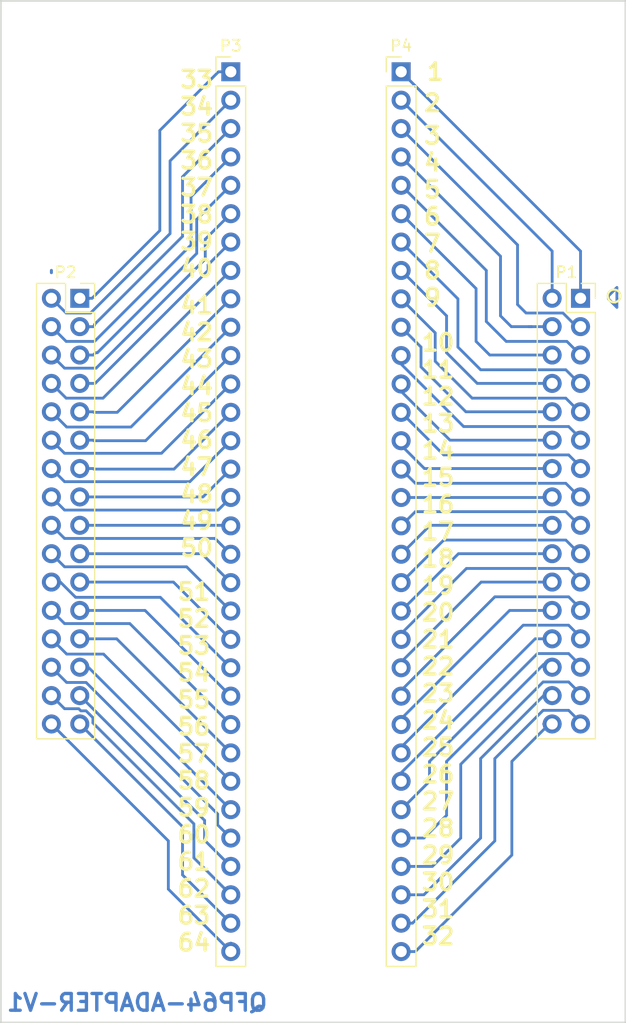
<source format=kicad_pcb>
(kicad_pcb (version 4) (host pcbnew 4.0.7)

  (general
    (links 64)
    (no_connects 0)
    (area 13.132999 13.894999 69.163001 105.485001)
    (thickness 1.6)
    (drawings 13)
    (tracks 365)
    (zones 0)
    (modules 4)
    (nets 65)
  )

  (page A4)
  (layers
    (0 F.Cu signal)
    (31 B.Cu signal)
    (32 B.Adhes user hide)
    (33 F.Adhes user hide)
    (34 B.Paste user hide)
    (35 F.Paste user hide)
    (36 B.SilkS user hide)
    (37 F.SilkS user hide)
    (38 B.Mask user hide)
    (39 F.Mask user hide)
    (40 Dwgs.User user hide)
    (41 Cmts.User user hide)
    (42 Eco1.User user hide)
    (43 Eco2.User user hide)
    (44 Edge.Cuts user)
    (45 Margin user)
    (46 B.CrtYd user hide)
    (47 F.CrtYd user hide)
    (48 B.Fab user)
    (49 F.Fab user)
  )

  (setup
    (last_trace_width 0.25)
    (user_trace_width 0.5)
    (user_trace_width 0.75)
    (trace_clearance 0.2)
    (zone_clearance 0.508)
    (zone_45_only yes)
    (trace_min 0.2)
    (segment_width 0.2)
    (edge_width 0.15)
    (via_size 0.6)
    (via_drill 0.4)
    (via_min_size 0.4)
    (via_min_drill 0.3)
    (uvia_size 0.3)
    (uvia_drill 0.1)
    (uvias_allowed no)
    (uvia_min_size 0.2)
    (uvia_min_drill 0.1)
    (pcb_text_width 0.3)
    (pcb_text_size 1.5 1.5)
    (mod_edge_width 0.15)
    (mod_text_size 1 1)
    (mod_text_width 0.15)
    (pad_size 1.7 1.7)
    (pad_drill 1)
    (pad_to_mask_clearance 0.2)
    (aux_axis_origin 190.5 91.44)
    (grid_origin 227.33 114.554)
    (visible_elements 7FFFFFFF)
    (pcbplotparams
      (layerselection 0x31030_80000001)
      (usegerberextensions false)
      (excludeedgelayer true)
      (linewidth 0.100000)
      (plotframeref false)
      (viasonmask false)
      (mode 1)
      (useauxorigin true)
      (hpglpennumber 1)
      (hpglpenspeed 20)
      (hpglpendiameter 15)
      (hpglpenoverlay 2)
      (psnegative false)
      (psa4output false)
      (plotreference true)
      (plotvalue true)
      (plotinvisibletext false)
      (padsonsilk false)
      (subtractmaskfromsilk false)
      (outputformat 1)
      (mirror false)
      (drillshape 0)
      (scaleselection 1)
      (outputdirectory C:/Students/NWA/project/PCB/new/gerber/))
  )

  (net 0 "")
  (net 1 /1)
  (net 2 /2)
  (net 3 /3)
  (net 4 /4)
  (net 5 /5)
  (net 6 /6)
  (net 7 /7)
  (net 8 /8)
  (net 9 /9)
  (net 10 /10)
  (net 11 /11)
  (net 12 /12)
  (net 13 /13)
  (net 14 /14)
  (net 15 /15)
  (net 16 /16)
  (net 17 /17)
  (net 18 /18)
  (net 19 /19)
  (net 20 /20)
  (net 21 /21)
  (net 22 /22)
  (net 23 /23)
  (net 24 /24)
  (net 25 /25)
  (net 26 /26)
  (net 27 /27)
  (net 28 /28)
  (net 29 /29)
  (net 30 /30)
  (net 31 /31)
  (net 32 /32)
  (net 33 /33)
  (net 34 /34)
  (net 35 /35)
  (net 36 /36)
  (net 37 /37)
  (net 38 /38)
  (net 39 /39)
  (net 40 /40)
  (net 41 /41)
  (net 42 /42)
  (net 43 /43)
  (net 44 /44)
  (net 45 /45)
  (net 46 /46)
  (net 47 /47)
  (net 48 /48)
  (net 49 /49)
  (net 50 /50)
  (net 51 /51)
  (net 52 /52)
  (net 53 /53)
  (net 54 /54)
  (net 55 /55)
  (net 56 /56)
  (net 57 /57)
  (net 58 /58)
  (net 59 /59)
  (net 60 /60)
  (net 61 /61)
  (net 62 /62)
  (net 63 /63)
  (net 64 /64)

  (net_class Default "This is the default net class."
    (clearance 0.2)
    (trace_width 0.25)
    (via_dia 0.6)
    (via_drill 0.4)
    (uvia_dia 0.3)
    (uvia_drill 0.1)
    (add_net /1)
    (add_net /10)
    (add_net /11)
    (add_net /12)
    (add_net /13)
    (add_net /14)
    (add_net /15)
    (add_net /16)
    (add_net /17)
    (add_net /18)
    (add_net /19)
    (add_net /2)
    (add_net /20)
    (add_net /21)
    (add_net /22)
    (add_net /23)
    (add_net /24)
    (add_net /25)
    (add_net /26)
    (add_net /27)
    (add_net /28)
    (add_net /29)
    (add_net /3)
    (add_net /30)
    (add_net /31)
    (add_net /32)
    (add_net /33)
    (add_net /34)
    (add_net /35)
    (add_net /36)
    (add_net /37)
    (add_net /38)
    (add_net /39)
    (add_net /4)
    (add_net /40)
    (add_net /41)
    (add_net /42)
    (add_net /43)
    (add_net /44)
    (add_net /45)
    (add_net /46)
    (add_net /47)
    (add_net /48)
    (add_net /49)
    (add_net /5)
    (add_net /50)
    (add_net /51)
    (add_net /52)
    (add_net /53)
    (add_net /54)
    (add_net /55)
    (add_net /56)
    (add_net /57)
    (add_net /58)
    (add_net /59)
    (add_net /6)
    (add_net /60)
    (add_net /61)
    (add_net /62)
    (add_net /63)
    (add_net /64)
    (add_net /7)
    (add_net /8)
    (add_net /9)
  )

  (module Socket_Strips:Socket_Strip_Straight_2x16_Pitch2.54mm locked (layer F.Cu) (tedit 58CD5449) (tstamp 59CCBC18)
    (at 20.272 40.59)
    (descr "Through hole straight socket strip, 2x16, 2.54mm pitch, double rows")
    (tags "Through hole socket strip THT 2x16 2.54mm double row")
    (path /59CC67A6)
    (fp_text reference P2 (at -1.27 -2.33) (layer F.SilkS)
      (effects (font (size 1 1) (thickness 0.15)))
    )
    (fp_text value CONN_02X16 (at -1.27 40.43) (layer F.Fab)
      (effects (font (size 1 1) (thickness 0.15)))
    )
    (fp_line (start -3.81 -1.27) (end -3.81 39.37) (layer F.Fab) (width 0.1))
    (fp_line (start -3.81 39.37) (end 1.27 39.37) (layer F.Fab) (width 0.1))
    (fp_line (start 1.27 39.37) (end 1.27 -1.27) (layer F.Fab) (width 0.1))
    (fp_line (start 1.27 -1.27) (end -3.81 -1.27) (layer F.Fab) (width 0.1))
    (fp_line (start 1.33 1.27) (end 1.33 39.43) (layer F.SilkS) (width 0.12))
    (fp_line (start 1.33 39.43) (end -3.87 39.43) (layer F.SilkS) (width 0.12))
    (fp_line (start -3.87 39.43) (end -3.87 -1.33) (layer F.SilkS) (width 0.12))
    (fp_line (start -3.87 -1.33) (end -1.27 -1.33) (layer F.SilkS) (width 0.12))
    (fp_line (start -1.27 -1.33) (end -1.27 1.27) (layer F.SilkS) (width 0.12))
    (fp_line (start -1.27 1.27) (end 1.33 1.27) (layer F.SilkS) (width 0.12))
    (fp_line (start 1.33 0) (end 1.33 -1.33) (layer F.SilkS) (width 0.12))
    (fp_line (start 1.33 -1.33) (end 0.06 -1.33) (layer F.SilkS) (width 0.12))
    (fp_line (start -4.35 -1.8) (end -4.35 39.9) (layer F.CrtYd) (width 0.05))
    (fp_line (start -4.35 39.9) (end 1.8 39.9) (layer F.CrtYd) (width 0.05))
    (fp_line (start 1.8 39.9) (end 1.8 -1.8) (layer F.CrtYd) (width 0.05))
    (fp_line (start 1.8 -1.8) (end -4.35 -1.8) (layer F.CrtYd) (width 0.05))
    (fp_text user %R (at -1.27 -2.33) (layer F.Fab)
      (effects (font (size 1 1) (thickness 0.15)))
    )
    (pad 1 thru_hole rect (at 0 0) (size 1.7 1.7) (drill 1) (layers *.Cu *.Mask)
      (net 33 /33))
    (pad 2 thru_hole oval (at -2.54 0) (size 1.7 1.7) (drill 1) (layers *.Cu *.Mask)
      (net 34 /34))
    (pad 3 thru_hole oval (at 0 2.54) (size 1.7 1.7) (drill 1) (layers *.Cu *.Mask)
      (net 35 /35))
    (pad 4 thru_hole oval (at -2.54 2.54) (size 1.7 1.7) (drill 1) (layers *.Cu *.Mask)
      (net 36 /36))
    (pad 5 thru_hole oval (at 0 5.08) (size 1.7 1.7) (drill 1) (layers *.Cu *.Mask)
      (net 37 /37))
    (pad 6 thru_hole oval (at -2.54 5.08) (size 1.7 1.7) (drill 1) (layers *.Cu *.Mask)
      (net 38 /38))
    (pad 7 thru_hole oval (at 0 7.62) (size 1.7 1.7) (drill 1) (layers *.Cu *.Mask)
      (net 39 /39))
    (pad 8 thru_hole oval (at -2.54 7.62) (size 1.7 1.7) (drill 1) (layers *.Cu *.Mask)
      (net 40 /40))
    (pad 9 thru_hole oval (at 0 10.16) (size 1.7 1.7) (drill 1) (layers *.Cu *.Mask)
      (net 41 /41))
    (pad 10 thru_hole oval (at -2.54 10.16) (size 1.7 1.7) (drill 1) (layers *.Cu *.Mask)
      (net 42 /42))
    (pad 11 thru_hole oval (at 0 12.7) (size 1.7 1.7) (drill 1) (layers *.Cu *.Mask)
      (net 43 /43))
    (pad 12 thru_hole oval (at -2.54 12.7) (size 1.7 1.7) (drill 1) (layers *.Cu *.Mask)
      (net 44 /44))
    (pad 13 thru_hole oval (at 0 15.24) (size 1.7 1.7) (drill 1) (layers *.Cu *.Mask)
      (net 45 /45))
    (pad 14 thru_hole oval (at -2.54 15.24) (size 1.7 1.7) (drill 1) (layers *.Cu *.Mask)
      (net 46 /46))
    (pad 15 thru_hole oval (at 0 17.78) (size 1.7 1.7) (drill 1) (layers *.Cu *.Mask)
      (net 47 /47))
    (pad 16 thru_hole oval (at -2.54 17.78) (size 1.7 1.7) (drill 1) (layers *.Cu *.Mask)
      (net 48 /48))
    (pad 17 thru_hole oval (at 0 20.32) (size 1.7 1.7) (drill 1) (layers *.Cu *.Mask)
      (net 49 /49))
    (pad 18 thru_hole oval (at -2.54 20.32) (size 1.7 1.7) (drill 1) (layers *.Cu *.Mask)
      (net 50 /50))
    (pad 19 thru_hole oval (at 0 22.86) (size 1.7 1.7) (drill 1) (layers *.Cu *.Mask)
      (net 51 /51))
    (pad 20 thru_hole oval (at -2.54 22.86) (size 1.7 1.7) (drill 1) (layers *.Cu *.Mask)
      (net 52 /52))
    (pad 21 thru_hole oval (at 0 25.4) (size 1.7 1.7) (drill 1) (layers *.Cu *.Mask)
      (net 53 /53))
    (pad 22 thru_hole oval (at -2.54 25.4) (size 1.7 1.7) (drill 1) (layers *.Cu *.Mask)
      (net 54 /54))
    (pad 23 thru_hole oval (at 0 27.94) (size 1.7 1.7) (drill 1) (layers *.Cu *.Mask)
      (net 55 /55))
    (pad 24 thru_hole oval (at -2.54 27.94) (size 1.7 1.7) (drill 1) (layers *.Cu *.Mask)
      (net 56 /56))
    (pad 25 thru_hole oval (at 0 30.48) (size 1.7 1.7) (drill 1) (layers *.Cu *.Mask)
      (net 57 /57))
    (pad 26 thru_hole oval (at -2.54 30.48) (size 1.7 1.7) (drill 1) (layers *.Cu *.Mask)
      (net 58 /58))
    (pad 27 thru_hole oval (at 0 33.02) (size 1.7 1.7) (drill 1) (layers *.Cu *.Mask)
      (net 59 /59))
    (pad 28 thru_hole oval (at -2.54 33.02) (size 1.7 1.7) (drill 1) (layers *.Cu *.Mask)
      (net 60 /60))
    (pad 29 thru_hole oval (at 0 35.56) (size 1.7 1.7) (drill 1) (layers *.Cu *.Mask)
      (net 61 /61))
    (pad 30 thru_hole oval (at -2.54 35.56) (size 1.7 1.7) (drill 1) (layers *.Cu *.Mask)
      (net 62 /62))
    (pad 31 thru_hole oval (at 0 38.1) (size 1.7 1.7) (drill 1) (layers *.Cu *.Mask)
      (net 63 /63))
    (pad 32 thru_hole oval (at -2.54 38.1) (size 1.7 1.7) (drill 1) (layers *.Cu *.Mask)
      (net 64 /64))
    (model ${KISYS3DMOD}/Socket_Strips.3dshapes/Socket_Strip_Straight_2x16_Pitch2.54mm.wrl
      (at (xyz -0.05 -0.75 0))
      (scale (xyz 1 1 1))
      (rotate (xyz 0 0 270))
    )
  )

  (module Socket_Strips:Socket_Strip_Straight_2x16_Pitch2.54mm locked (layer F.Cu) (tedit 58CD5449) (tstamp 59CCBBF4)
    (at 65.072 40.59)
    (descr "Through hole straight socket strip, 2x16, 2.54mm pitch, double rows")
    (tags "Through hole socket strip THT 2x16 2.54mm double row")
    (path /59CC6557)
    (fp_text reference P1 (at -1.27 -2.33) (layer F.SilkS)
      (effects (font (size 1 1) (thickness 0.15)))
    )
    (fp_text value CONN_02X16 (at -1.27 40.43) (layer F.Fab)
      (effects (font (size 1 1) (thickness 0.15)))
    )
    (fp_line (start -3.81 -1.27) (end -3.81 39.37) (layer F.Fab) (width 0.1))
    (fp_line (start -3.81 39.37) (end 1.27 39.37) (layer F.Fab) (width 0.1))
    (fp_line (start 1.27 39.37) (end 1.27 -1.27) (layer F.Fab) (width 0.1))
    (fp_line (start 1.27 -1.27) (end -3.81 -1.27) (layer F.Fab) (width 0.1))
    (fp_line (start 1.33 1.27) (end 1.33 39.43) (layer F.SilkS) (width 0.12))
    (fp_line (start 1.33 39.43) (end -3.87 39.43) (layer F.SilkS) (width 0.12))
    (fp_line (start -3.87 39.43) (end -3.87 -1.33) (layer F.SilkS) (width 0.12))
    (fp_line (start -3.87 -1.33) (end -1.27 -1.33) (layer F.SilkS) (width 0.12))
    (fp_line (start -1.27 -1.33) (end -1.27 1.27) (layer F.SilkS) (width 0.12))
    (fp_line (start -1.27 1.27) (end 1.33 1.27) (layer F.SilkS) (width 0.12))
    (fp_line (start 1.33 0) (end 1.33 -1.33) (layer F.SilkS) (width 0.12))
    (fp_line (start 1.33 -1.33) (end 0.06 -1.33) (layer F.SilkS) (width 0.12))
    (fp_line (start -4.35 -1.8) (end -4.35 39.9) (layer F.CrtYd) (width 0.05))
    (fp_line (start -4.35 39.9) (end 1.8 39.9) (layer F.CrtYd) (width 0.05))
    (fp_line (start 1.8 39.9) (end 1.8 -1.8) (layer F.CrtYd) (width 0.05))
    (fp_line (start 1.8 -1.8) (end -4.35 -1.8) (layer F.CrtYd) (width 0.05))
    (fp_text user %R (at -1.27 -2.33) (layer F.Fab)
      (effects (font (size 1 1) (thickness 0.15)))
    )
    (pad 1 thru_hole rect (at 0 0) (size 1.7 1.7) (drill 1) (layers *.Cu *.Mask)
      (net 1 /1))
    (pad 2 thru_hole oval (at -2.54 0) (size 1.7 1.7) (drill 1) (layers *.Cu *.Mask)
      (net 2 /2))
    (pad 3 thru_hole oval (at 0 2.54) (size 1.7 1.7) (drill 1) (layers *.Cu *.Mask)
      (net 3 /3))
    (pad 4 thru_hole oval (at -2.54 2.54) (size 1.7 1.7) (drill 1) (layers *.Cu *.Mask)
      (net 4 /4))
    (pad 5 thru_hole oval (at 0 5.08) (size 1.7 1.7) (drill 1) (layers *.Cu *.Mask)
      (net 5 /5))
    (pad 6 thru_hole oval (at -2.54 5.08) (size 1.7 1.7) (drill 1) (layers *.Cu *.Mask)
      (net 6 /6))
    (pad 7 thru_hole oval (at 0 7.62) (size 1.7 1.7) (drill 1) (layers *.Cu *.Mask)
      (net 7 /7))
    (pad 8 thru_hole oval (at -2.54 7.62) (size 1.7 1.7) (drill 1) (layers *.Cu *.Mask)
      (net 8 /8))
    (pad 9 thru_hole oval (at 0 10.16) (size 1.7 1.7) (drill 1) (layers *.Cu *.Mask)
      (net 9 /9))
    (pad 10 thru_hole oval (at -2.54 10.16) (size 1.7 1.7) (drill 1) (layers *.Cu *.Mask)
      (net 10 /10))
    (pad 11 thru_hole oval (at 0 12.7) (size 1.7 1.7) (drill 1) (layers *.Cu *.Mask)
      (net 11 /11))
    (pad 12 thru_hole oval (at -2.54 12.7) (size 1.7 1.7) (drill 1) (layers *.Cu *.Mask)
      (net 12 /12))
    (pad 13 thru_hole oval (at 0 15.24) (size 1.7 1.7) (drill 1) (layers *.Cu *.Mask)
      (net 13 /13))
    (pad 14 thru_hole oval (at -2.54 15.24) (size 1.7 1.7) (drill 1) (layers *.Cu *.Mask)
      (net 14 /14))
    (pad 15 thru_hole oval (at 0 17.78) (size 1.7 1.7) (drill 1) (layers *.Cu *.Mask)
      (net 15 /15))
    (pad 16 thru_hole oval (at -2.54 17.78) (size 1.7 1.7) (drill 1) (layers *.Cu *.Mask)
      (net 16 /16))
    (pad 17 thru_hole oval (at 0 20.32) (size 1.7 1.7) (drill 1) (layers *.Cu *.Mask)
      (net 17 /17))
    (pad 18 thru_hole oval (at -2.54 20.32) (size 1.7 1.7) (drill 1) (layers *.Cu *.Mask)
      (net 18 /18))
    (pad 19 thru_hole oval (at 0 22.86) (size 1.7 1.7) (drill 1) (layers *.Cu *.Mask)
      (net 19 /19))
    (pad 20 thru_hole oval (at -2.54 22.86) (size 1.7 1.7) (drill 1) (layers *.Cu *.Mask)
      (net 20 /20))
    (pad 21 thru_hole oval (at 0 25.4) (size 1.7 1.7) (drill 1) (layers *.Cu *.Mask)
      (net 21 /21))
    (pad 22 thru_hole oval (at -2.54 25.4) (size 1.7 1.7) (drill 1) (layers *.Cu *.Mask)
      (net 22 /22))
    (pad 23 thru_hole oval (at 0 27.94) (size 1.7 1.7) (drill 1) (layers *.Cu *.Mask)
      (net 23 /23))
    (pad 24 thru_hole oval (at -2.54 27.94) (size 1.7 1.7) (drill 1) (layers *.Cu *.Mask)
      (net 24 /24))
    (pad 25 thru_hole oval (at 0 30.48) (size 1.7 1.7) (drill 1) (layers *.Cu *.Mask)
      (net 25 /25))
    (pad 26 thru_hole oval (at -2.54 30.48) (size 1.7 1.7) (drill 1) (layers *.Cu *.Mask)
      (net 26 /26))
    (pad 27 thru_hole oval (at 0 33.02) (size 1.7 1.7) (drill 1) (layers *.Cu *.Mask)
      (net 27 /27))
    (pad 28 thru_hole oval (at -2.54 33.02) (size 1.7 1.7) (drill 1) (layers *.Cu *.Mask)
      (net 28 /28))
    (pad 29 thru_hole oval (at 0 35.56) (size 1.7 1.7) (drill 1) (layers *.Cu *.Mask)
      (net 29 /29))
    (pad 30 thru_hole oval (at -2.54 35.56) (size 1.7 1.7) (drill 1) (layers *.Cu *.Mask)
      (net 30 /30))
    (pad 31 thru_hole oval (at 0 38.1) (size 1.7 1.7) (drill 1) (layers *.Cu *.Mask)
      (net 31 /31))
    (pad 32 thru_hole oval (at -2.54 38.1) (size 1.7 1.7) (drill 1) (layers *.Cu *.Mask)
      (net 32 /32))
    (model ${KISYS3DMOD}/Socket_Strips.3dshapes/Socket_Strip_Straight_2x16_Pitch2.54mm.wrl
      (at (xyz -0.05 -0.75 0))
      (scale (xyz 1 1 1))
      (rotate (xyz 0 0 270))
    )
  )

  (module Pin_Headers:Pin_Header_Straight_1x32_Pitch2.54mm locked (layer F.Cu) (tedit 59650532) (tstamp 59CCBC3C)
    (at 33.782 20.32)
    (descr "Through hole straight pin header, 1x32, 2.54mm pitch, single row")
    (tags "Through hole pin header THT 1x32 2.54mm single row")
    (path /59CC69DA)
    (fp_text reference P3 (at 0 -2.33) (layer F.SilkS)
      (effects (font (size 1 1) (thickness 0.15)))
    )
    (fp_text value CONN_01X32 (at 0 81.07) (layer F.Fab)
      (effects (font (size 1 1) (thickness 0.15)))
    )
    (fp_line (start -0.635 -1.27) (end 1.27 -1.27) (layer F.Fab) (width 0.1))
    (fp_line (start 1.27 -1.27) (end 1.27 80.01) (layer F.Fab) (width 0.1))
    (fp_line (start 1.27 80.01) (end -1.27 80.01) (layer F.Fab) (width 0.1))
    (fp_line (start -1.27 80.01) (end -1.27 -0.635) (layer F.Fab) (width 0.1))
    (fp_line (start -1.27 -0.635) (end -0.635 -1.27) (layer F.Fab) (width 0.1))
    (fp_line (start -1.33 80.07) (end 1.33 80.07) (layer F.SilkS) (width 0.12))
    (fp_line (start -1.33 1.27) (end -1.33 80.07) (layer F.SilkS) (width 0.12))
    (fp_line (start 1.33 1.27) (end 1.33 80.07) (layer F.SilkS) (width 0.12))
    (fp_line (start -1.33 1.27) (end 1.33 1.27) (layer F.SilkS) (width 0.12))
    (fp_line (start -1.33 0) (end -1.33 -1.33) (layer F.SilkS) (width 0.12))
    (fp_line (start -1.33 -1.33) (end 0 -1.33) (layer F.SilkS) (width 0.12))
    (fp_line (start -1.8 -1.8) (end -1.8 80.55) (layer F.CrtYd) (width 0.05))
    (fp_line (start -1.8 80.55) (end 1.8 80.55) (layer F.CrtYd) (width 0.05))
    (fp_line (start 1.8 80.55) (end 1.8 -1.8) (layer F.CrtYd) (width 0.05))
    (fp_line (start 1.8 -1.8) (end -1.8 -1.8) (layer F.CrtYd) (width 0.05))
    (fp_text user %R (at 0 39.37 90) (layer F.Fab)
      (effects (font (size 1 1) (thickness 0.15)))
    )
    (pad 1 thru_hole rect (at 0 0) (size 1.7 1.7) (drill 1) (layers *.Cu *.Mask)
      (net 33 /33))
    (pad 2 thru_hole oval (at 0 2.54) (size 1.7 1.7) (drill 1) (layers *.Cu *.Mask)
      (net 34 /34))
    (pad 3 thru_hole oval (at 0 5.08) (size 1.7 1.7) (drill 1) (layers *.Cu *.Mask)
      (net 35 /35))
    (pad 4 thru_hole oval (at 0 7.62) (size 1.7 1.7) (drill 1) (layers *.Cu *.Mask)
      (net 36 /36))
    (pad 5 thru_hole oval (at 0 10.16) (size 1.7 1.7) (drill 1) (layers *.Cu *.Mask)
      (net 37 /37))
    (pad 6 thru_hole oval (at 0 12.7) (size 1.7 1.7) (drill 1) (layers *.Cu *.Mask)
      (net 38 /38))
    (pad 7 thru_hole oval (at 0 15.24) (size 1.7 1.7) (drill 1) (layers *.Cu *.Mask)
      (net 39 /39))
    (pad 8 thru_hole oval (at 0 17.78) (size 1.7 1.7) (drill 1) (layers *.Cu *.Mask)
      (net 40 /40))
    (pad 9 thru_hole oval (at 0 20.32) (size 1.7 1.7) (drill 1) (layers *.Cu *.Mask)
      (net 41 /41))
    (pad 10 thru_hole oval (at 0 22.86) (size 1.7 1.7) (drill 1) (layers *.Cu *.Mask)
      (net 42 /42))
    (pad 11 thru_hole oval (at 0 25.4) (size 1.7 1.7) (drill 1) (layers *.Cu *.Mask)
      (net 43 /43))
    (pad 12 thru_hole oval (at 0 27.94) (size 1.7 1.7) (drill 1) (layers *.Cu *.Mask)
      (net 44 /44))
    (pad 13 thru_hole oval (at 0 30.48) (size 1.7 1.7) (drill 1) (layers *.Cu *.Mask)
      (net 45 /45))
    (pad 14 thru_hole oval (at 0 33.02) (size 1.7 1.7) (drill 1) (layers *.Cu *.Mask)
      (net 46 /46))
    (pad 15 thru_hole oval (at 0 35.56) (size 1.7 1.7) (drill 1) (layers *.Cu *.Mask)
      (net 47 /47))
    (pad 16 thru_hole oval (at 0 38.1) (size 1.7 1.7) (drill 1) (layers *.Cu *.Mask)
      (net 48 /48))
    (pad 17 thru_hole oval (at 0 40.64) (size 1.7 1.7) (drill 1) (layers *.Cu *.Mask)
      (net 49 /49))
    (pad 18 thru_hole oval (at 0 43.18) (size 1.7 1.7) (drill 1) (layers *.Cu *.Mask)
      (net 50 /50))
    (pad 19 thru_hole oval (at 0 45.72) (size 1.7 1.7) (drill 1) (layers *.Cu *.Mask)
      (net 51 /51))
    (pad 20 thru_hole oval (at 0 48.26) (size 1.7 1.7) (drill 1) (layers *.Cu *.Mask)
      (net 52 /52))
    (pad 21 thru_hole oval (at 0 50.8) (size 1.7 1.7) (drill 1) (layers *.Cu *.Mask)
      (net 53 /53))
    (pad 22 thru_hole oval (at 0 53.34) (size 1.7 1.7) (drill 1) (layers *.Cu *.Mask)
      (net 54 /54))
    (pad 23 thru_hole oval (at 0 55.88) (size 1.7 1.7) (drill 1) (layers *.Cu *.Mask)
      (net 55 /55))
    (pad 24 thru_hole oval (at 0 58.42) (size 1.7 1.7) (drill 1) (layers *.Cu *.Mask)
      (net 56 /56))
    (pad 25 thru_hole oval (at 0 60.96) (size 1.7 1.7) (drill 1) (layers *.Cu *.Mask)
      (net 57 /57))
    (pad 26 thru_hole oval (at 0 63.5) (size 1.7 1.7) (drill 1) (layers *.Cu *.Mask)
      (net 58 /58))
    (pad 27 thru_hole oval (at 0 66.04) (size 1.7 1.7) (drill 1) (layers *.Cu *.Mask)
      (net 59 /59))
    (pad 28 thru_hole oval (at 0 68.58) (size 1.7 1.7) (drill 1) (layers *.Cu *.Mask)
      (net 60 /60))
    (pad 29 thru_hole oval (at 0 71.12) (size 1.7 1.7) (drill 1) (layers *.Cu *.Mask)
      (net 61 /61))
    (pad 30 thru_hole oval (at 0 73.66) (size 1.7 1.7) (drill 1) (layers *.Cu *.Mask)
      (net 62 /62))
    (pad 31 thru_hole oval (at 0 76.2) (size 1.7 1.7) (drill 1) (layers *.Cu *.Mask)
      (net 63 /63))
    (pad 32 thru_hole oval (at 0 78.74) (size 1.7 1.7) (drill 1) (layers *.Cu *.Mask)
      (net 64 /64))
    (model ${KISYS3DMOD}/Pin_Headers.3dshapes/Pin_Header_Straight_1x32_Pitch2.54mm.wrl
      (at (xyz 0 0 0))
      (scale (xyz 1 1 1))
      (rotate (xyz 0 0 0))
    )
  )

  (module Pin_Headers:Pin_Header_Straight_1x32_Pitch2.54mm locked (layer F.Cu) (tedit 59650532) (tstamp 59CCBC60)
    (at 49.022 20.32)
    (descr "Through hole straight pin header, 1x32, 2.54mm pitch, single row")
    (tags "Through hole pin header THT 1x32 2.54mm single row")
    (path /59CC6BDC)
    (fp_text reference P4 (at 0 -2.33) (layer F.SilkS)
      (effects (font (size 1 1) (thickness 0.15)))
    )
    (fp_text value CONN_01X32 (at 0 81.07) (layer F.Fab)
      (effects (font (size 1 1) (thickness 0.15)))
    )
    (fp_line (start -0.635 -1.27) (end 1.27 -1.27) (layer F.Fab) (width 0.1))
    (fp_line (start 1.27 -1.27) (end 1.27 80.01) (layer F.Fab) (width 0.1))
    (fp_line (start 1.27 80.01) (end -1.27 80.01) (layer F.Fab) (width 0.1))
    (fp_line (start -1.27 80.01) (end -1.27 -0.635) (layer F.Fab) (width 0.1))
    (fp_line (start -1.27 -0.635) (end -0.635 -1.27) (layer F.Fab) (width 0.1))
    (fp_line (start -1.33 80.07) (end 1.33 80.07) (layer F.SilkS) (width 0.12))
    (fp_line (start -1.33 1.27) (end -1.33 80.07) (layer F.SilkS) (width 0.12))
    (fp_line (start 1.33 1.27) (end 1.33 80.07) (layer F.SilkS) (width 0.12))
    (fp_line (start -1.33 1.27) (end 1.33 1.27) (layer F.SilkS) (width 0.12))
    (fp_line (start -1.33 0) (end -1.33 -1.33) (layer F.SilkS) (width 0.12))
    (fp_line (start -1.33 -1.33) (end 0 -1.33) (layer F.SilkS) (width 0.12))
    (fp_line (start -1.8 -1.8) (end -1.8 80.55) (layer F.CrtYd) (width 0.05))
    (fp_line (start -1.8 80.55) (end 1.8 80.55) (layer F.CrtYd) (width 0.05))
    (fp_line (start 1.8 80.55) (end 1.8 -1.8) (layer F.CrtYd) (width 0.05))
    (fp_line (start 1.8 -1.8) (end -1.8 -1.8) (layer F.CrtYd) (width 0.05))
    (fp_text user %R (at 0 39.37 90) (layer F.Fab)
      (effects (font (size 1 1) (thickness 0.15)))
    )
    (pad 1 thru_hole rect (at 0 0) (size 1.7 1.7) (drill 1) (layers *.Cu *.Mask)
      (net 1 /1))
    (pad 2 thru_hole oval (at 0 2.54) (size 1.7 1.7) (drill 1) (layers *.Cu *.Mask)
      (net 2 /2))
    (pad 3 thru_hole oval (at 0 5.08) (size 1.7 1.7) (drill 1) (layers *.Cu *.Mask)
      (net 3 /3))
    (pad 4 thru_hole oval (at 0 7.62) (size 1.7 1.7) (drill 1) (layers *.Cu *.Mask)
      (net 4 /4))
    (pad 5 thru_hole oval (at 0 10.16) (size 1.7 1.7) (drill 1) (layers *.Cu *.Mask)
      (net 5 /5))
    (pad 6 thru_hole oval (at 0 12.7) (size 1.7 1.7) (drill 1) (layers *.Cu *.Mask)
      (net 6 /6))
    (pad 7 thru_hole oval (at 0 15.24) (size 1.7 1.7) (drill 1) (layers *.Cu *.Mask)
      (net 7 /7))
    (pad 8 thru_hole oval (at 0 17.78) (size 1.7 1.7) (drill 1) (layers *.Cu *.Mask)
      (net 8 /8))
    (pad 9 thru_hole oval (at 0 20.32) (size 1.7 1.7) (drill 1) (layers *.Cu *.Mask)
      (net 9 /9))
    (pad 10 thru_hole oval (at 0 22.86) (size 1.7 1.7) (drill 1) (layers *.Cu *.Mask)
      (net 10 /10))
    (pad 11 thru_hole oval (at 0 25.4) (size 1.7 1.7) (drill 1) (layers *.Cu *.Mask)
      (net 11 /11))
    (pad 12 thru_hole oval (at 0 27.94) (size 1.7 1.7) (drill 1) (layers *.Cu *.Mask)
      (net 12 /12))
    (pad 13 thru_hole oval (at 0 30.48) (size 1.7 1.7) (drill 1) (layers *.Cu *.Mask)
      (net 13 /13))
    (pad 14 thru_hole oval (at 0 33.02) (size 1.7 1.7) (drill 1) (layers *.Cu *.Mask)
      (net 14 /14))
    (pad 15 thru_hole oval (at 0 35.56) (size 1.7 1.7) (drill 1) (layers *.Cu *.Mask)
      (net 15 /15))
    (pad 16 thru_hole oval (at 0 38.1) (size 1.7 1.7) (drill 1) (layers *.Cu *.Mask)
      (net 16 /16))
    (pad 17 thru_hole oval (at 0 40.64) (size 1.7 1.7) (drill 1) (layers *.Cu *.Mask)
      (net 17 /17))
    (pad 18 thru_hole oval (at 0 43.18) (size 1.7 1.7) (drill 1) (layers *.Cu *.Mask)
      (net 18 /18))
    (pad 19 thru_hole oval (at 0 45.72) (size 1.7 1.7) (drill 1) (layers *.Cu *.Mask)
      (net 19 /19))
    (pad 20 thru_hole oval (at 0 48.26) (size 1.7 1.7) (drill 1) (layers *.Cu *.Mask)
      (net 20 /20))
    (pad 21 thru_hole oval (at 0 50.8) (size 1.7 1.7) (drill 1) (layers *.Cu *.Mask)
      (net 21 /21))
    (pad 22 thru_hole oval (at 0 53.34) (size 1.7 1.7) (drill 1) (layers *.Cu *.Mask)
      (net 22 /22))
    (pad 23 thru_hole oval (at 0 55.88) (size 1.7 1.7) (drill 1) (layers *.Cu *.Mask)
      (net 23 /23))
    (pad 24 thru_hole oval (at 0 58.42) (size 1.7 1.7) (drill 1) (layers *.Cu *.Mask)
      (net 24 /24))
    (pad 25 thru_hole oval (at 0 60.96) (size 1.7 1.7) (drill 1) (layers *.Cu *.Mask)
      (net 25 /25))
    (pad 26 thru_hole oval (at 0 63.5) (size 1.7 1.7) (drill 1) (layers *.Cu *.Mask)
      (net 26 /26))
    (pad 27 thru_hole oval (at 0 66.04) (size 1.7 1.7) (drill 1) (layers *.Cu *.Mask)
      (net 27 /27))
    (pad 28 thru_hole oval (at 0 68.58) (size 1.7 1.7) (drill 1) (layers *.Cu *.Mask)
      (net 28 /28))
    (pad 29 thru_hole oval (at 0 71.12) (size 1.7 1.7) (drill 1) (layers *.Cu *.Mask)
      (net 29 /29))
    (pad 30 thru_hole oval (at 0 73.66) (size 1.7 1.7) (drill 1) (layers *.Cu *.Mask)
      (net 30 /30))
    (pad 31 thru_hole oval (at 0 76.2) (size 1.7 1.7) (drill 1) (layers *.Cu *.Mask)
      (net 31 /31))
    (pad 32 thru_hole oval (at 0 78.74) (size 1.7 1.7) (drill 1) (layers *.Cu *.Mask)
      (net 32 /32))
    (model ${KISYS3DMOD}/Pin_Headers.3dshapes/Pin_Header_Straight_1x32_Pitch2.54mm.wrl
      (at (xyz 0 0 0))
      (scale (xyz 1 1 1))
      (rotate (xyz 0 0 0))
    )
  )

  (gr_text QFP64-ADAPTER-V1 (at 25.4 103.632) (layer B.Cu)
    (effects (font (size 1.5 1.5) (thickness 0.3)) (justify mirror))
  )
  (gr_text "10\n11\n12\n13\n14\n15\n16\n17\n18\n19\n20\n21\n22\n23\n24\n25\n26\n27\n28\n29\n30\n31\n32" (at 52.324 71.12) (layer F.SilkS)
    (effects (font (size 1.5 1.5) (thickness 0.3)))
  )
  (gr_circle (center 68.072 40.386) (end 68.326 40.894) (layer F.SilkS) (width 0.2))
  (gr_text "51\n52\n53\n54\n55\n56\n57\n58\n59\n60\n61\n62\n63\n64" (at 30.48 82.55) (layer F.SilkS)
    (effects (font (size 1.5 1.5) (thickness 0.3)))
  )
  (gr_text "41\n42\n43\n44\n45\n46\n47\n48\n49\n50" (at 30.734 52.07) (layer F.SilkS)
    (effects (font (size 1.5 1.5) (thickness 0.3)))
  )
  (gr_text "33\n34\n35\n36\n37\n38\n39\n40" (at 30.734 29.464) (layer F.SilkS)
    (effects (font (size 1.5 1.5) (thickness 0.3)))
  )
  (gr_text "3\n4\n5\n6\n7\n8\n9\n" (at 51.816 33.274) (layer F.SilkS)
    (effects (font (size 1.5 1.5) (thickness 0.3)))
  )
  (gr_text 2 (at 51.816 23.114) (layer F.SilkS)
    (effects (font (size 1.5 1.5) (thickness 0.3)))
  )
  (gr_text 1 (at 52.07 20.32) (layer F.SilkS)
    (effects (font (size 1.5 1.5) (thickness 0.3)))
  )
  (gr_line (start 13.208 105.41) (end 13.208 13.97) (angle 90) (layer Edge.Cuts) (width 0.15))
  (gr_line (start 69.088 105.41) (end 13.208 105.41) (angle 90) (layer Edge.Cuts) (width 0.15))
  (gr_line (start 69.088 13.97) (end 69.088 105.41) (angle 90) (layer Edge.Cuts) (width 0.15))
  (gr_line (start 13.208 13.97) (end 69.088 13.97) (angle 90) (layer Edge.Cuts) (width 0.15))

  (segment (start 67.564 40.386) (end 68.326 39.624) (width 0.25) (layer B.Cu) (net 0))
  (segment (start 67.564 40.64) (end 67.564 40.386) (width 0.25) (layer B.Cu) (net 0) (tstamp 59D1EA00))
  (segment (start 68.326 41.402) (end 67.564 40.64) (width 0.25) (layer B.Cu) (net 0) (tstamp 59D1E9FE))
  (segment (start 68.326 39.624) (end 68.326 41.402) (width 0.25) (layer B.Cu) (net 0) (tstamp 59D1E9FD))
  (segment (start 17.732 38.09) (end 17.732 38.306) (width 0.25) (layer B.Cu) (net 0))
  (segment (start 17.732 38.09) (end 17.732 38.306) (width 0.25) (layer B.Cu) (net 0))
  (segment (start 65.072 40.59) (end 65.072 36.37) (width 0.25) (layer B.Cu) (net 1))
  (segment (start 65.072 36.37) (end 49.022 20.32) (width 0.25) (layer B.Cu) (net 1) (tstamp 59D0E53A))
  (segment (start 49.022 20.32) (end 49.022 20.574) (width 0.25) (layer F.Cu) (net 1))
  (segment (start 62.532 40.59) (end 62.532 36.37) (width 0.25) (layer B.Cu) (net 2))
  (segment (start 62.532 36.37) (end 49.022 22.86) (width 0.25) (layer B.Cu) (net 2) (tstamp 59D0E534))
  (segment (start 65.072 43.13) (end 64.72 43.13) (width 0.25) (layer B.Cu) (net 3))
  (segment (start 64.72 43.13) (end 63.5 41.91) (width 0.25) (layer B.Cu) (net 3) (tstamp 59D0E915))
  (segment (start 63.5 41.91) (end 60.198 41.91) (width 0.25) (layer B.Cu) (net 3) (tstamp 59D0E918))
  (segment (start 60.198 41.91) (end 59.436 41.148) (width 0.25) (layer B.Cu) (net 3) (tstamp 59D0E91C))
  (segment (start 59.436 41.148) (end 59.436 35.814) (width 0.25) (layer B.Cu) (net 3) (tstamp 59D0E91E))
  (segment (start 59.436 35.814) (end 49.022 25.4) (width 0.25) (layer B.Cu) (net 3) (tstamp 59D0E91F))
  (segment (start 65.072 43.13) (end 65.072 42.72) (width 0.25) (layer B.Cu) (net 3))
  (segment (start 65.072 43.13) (end 65.072 42.974) (width 0.25) (layer F.Cu) (net 3))
  (segment (start 60.706 43.13) (end 58.878 43.13) (width 0.25) (layer B.Cu) (net 4))
  (segment (start 58.878 43.13) (end 57.912 42.164) (width 0.25) (layer B.Cu) (net 4) (tstamp 59D0E8FC))
  (segment (start 57.912 42.164) (end 57.912 36.83) (width 0.25) (layer B.Cu) (net 4) (tstamp 59D0E8FD))
  (segment (start 57.912 36.83) (end 49.022 27.94) (width 0.25) (layer B.Cu) (net 4) (tstamp 59D0E8FF))
  (segment (start 62.532 43.13) (end 60.706 43.13) (width 0.25) (layer B.Cu) (net 4))
  (segment (start 60.706 43.13) (end 60.402 43.13) (width 0.25) (layer B.Cu) (net 4) (tstamp 59D0E8FA))
  (segment (start 49.022 28.448) (end 49.022 27.94) (width 0.25) (layer B.Cu) (net 4) (tstamp 59D0E525))
  (segment (start 62.532 43.13) (end 62.532 42.974) (width 0.25) (layer F.Cu) (net 4))
  (segment (start 49.022 30.48) (end 56.642 38.1) (width 0.25) (layer B.Cu) (net 5))
  (segment (start 56.642 38.1) (end 56.642 42.672) (width 0.25) (layer B.Cu) (net 5) (tstamp 59D0E8EC))
  (segment (start 56.642 42.672) (end 58.42 44.45) (width 0.25) (layer B.Cu) (net 5) (tstamp 59D0E8EF))
  (segment (start 58.42 44.45) (end 63.852 44.45) (width 0.25) (layer B.Cu) (net 5) (tstamp 59D0E8F4))
  (segment (start 63.852 44.45) (end 65.072 45.67) (width 0.25) (layer B.Cu) (net 5) (tstamp 59D0E8F6))
  (segment (start 65.072 45.67) (end 64.974 45.67) (width 0.25) (layer B.Cu) (net 5))
  (segment (start 65.072 45.67) (end 64.974 45.67) (width 0.25) (layer B.Cu) (net 5))
  (segment (start 62.532 45.67) (end 56.946 45.67) (width 0.25) (layer B.Cu) (net 6))
  (segment (start 56.946 45.67) (end 55.726 44.45) (width 0.25) (layer B.Cu) (net 6) (tstamp 59D0E8CC))
  (segment (start 55.726 44.45) (end 55.726 39.724) (width 0.25) (layer B.Cu) (net 6) (tstamp 59D0E8CD))
  (segment (start 55.726 39.724) (end 49.022 33.02) (width 0.25) (layer B.Cu) (net 6) (tstamp 59D0E8CE))
  (segment (start 49.022 33.274) (end 49.022 33.02) (width 0.25) (layer B.Cu) (net 6) (tstamp 59D0E514))
  (segment (start 49.022 33.02) (end 49.022 33.274) (width 0.25) (layer F.Cu) (net 6))
  (segment (start 65.072 48.21) (end 64.974 48.21) (width 0.25) (layer B.Cu) (net 7))
  (segment (start 64.974 48.21) (end 63.754 46.99) (width 0.25) (layer B.Cu) (net 7) (tstamp 59D0E8A6))
  (segment (start 63.754 46.99) (end 56.134 46.99) (width 0.25) (layer B.Cu) (net 7) (tstamp 59D0E8A7))
  (segment (start 56.134 46.99) (end 54.102 44.958) (width 0.25) (layer B.Cu) (net 7) (tstamp 59D0E8AB))
  (segment (start 54.102 44.958) (end 54.102 40.64) (width 0.25) (layer B.Cu) (net 7) (tstamp 59D0E8AD))
  (segment (start 54.102 40.64) (end 49.022 35.56) (width 0.25) (layer B.Cu) (net 7) (tstamp 59D0E8AF))
  (segment (start 65.072 48.21) (end 65.072 48.054) (width 0.25) (layer B.Cu) (net 7))
  (segment (start 65.072 48.21) (end 65.072 48.054) (width 0.25) (layer F.Cu) (net 7))
  (segment (start 53.086 45.212) (end 53.086 45.466) (width 0.25) (layer B.Cu) (net 8))
  (segment (start 53.086 45.466) (end 55.83 48.21) (width 0.25) (layer B.Cu) (net 8) (tstamp 59D0E888))
  (segment (start 55.83 48.21) (end 62.532 48.21) (width 0.25) (layer B.Cu) (net 8) (tstamp 59D0E889))
  (segment (start 53.086 45.466) (end 53.086 45.212) (width 0.25) (layer B.Cu) (net 8) (tstamp 59D0E500))
  (segment (start 53.086 45.212) (end 53.086 42.164) (width 0.25) (layer B.Cu) (net 8) (tstamp 59D0E886))
  (segment (start 53.086 42.164) (end 49.022 38.1) (width 0.25) (layer B.Cu) (net 8) (tstamp 59D0E502))
  (segment (start 49.022 38.254) (end 49.022 38.1) (width 0.25) (layer F.Cu) (net 8) (tstamp 59CF5312))
  (segment (start 49.022 38.354) (end 49.022 38.1) (width 0.25) (layer F.Cu) (net 8) (tstamp 59CF530D))
  (segment (start 65.072 50.75) (end 64.974 50.75) (width 0.25) (layer B.Cu) (net 9))
  (segment (start 64.974 50.75) (end 63.754 49.53) (width 0.25) (layer B.Cu) (net 9) (tstamp 59D0E8BF))
  (segment (start 63.754 49.53) (end 55.372 49.53) (width 0.25) (layer B.Cu) (net 9) (tstamp 59D0E8C0))
  (segment (start 55.372 49.53) (end 52.07 46.228) (width 0.25) (layer B.Cu) (net 9) (tstamp 59D0E8C4))
  (segment (start 52.07 46.228) (end 52.07 43.688) (width 0.25) (layer B.Cu) (net 9) (tstamp 59D0E8C6))
  (segment (start 52.07 43.688) (end 49.022 40.64) (width 0.25) (layer B.Cu) (net 9) (tstamp 59D0E8C8))
  (segment (start 65.072 50.75) (end 65.072 50.594) (width 0.25) (layer B.Cu) (net 9))
  (segment (start 65.072 50.75) (end 65.072 50.594) (width 0.25) (layer F.Cu) (net 9))
  (segment (start 50.8 46.228) (end 50.8 46.736) (width 0.25) (layer B.Cu) (net 10))
  (segment (start 50.8 46.736) (end 54.814 50.75) (width 0.25) (layer B.Cu) (net 10) (tstamp 59D0E87A))
  (segment (start 54.814 50.75) (end 62.532 50.75) (width 0.25) (layer B.Cu) (net 10) (tstamp 59D0E87B))
  (segment (start 50.8 46.382) (end 50.8 46.228) (width 0.25) (layer B.Cu) (net 10) (tstamp 59D0E4ED))
  (segment (start 50.8 46.228) (end 50.8 44.958) (width 0.25) (layer B.Cu) (net 10) (tstamp 59D0E878))
  (segment (start 50.8 44.958) (end 49.022 43.18) (width 0.25) (layer B.Cu) (net 10) (tstamp 59D0E4EF))
  (segment (start 49.022 43.334) (end 49.022 43.18) (width 0.25) (layer F.Cu) (net 10) (tstamp 59CF5301))
  (segment (start 65.072 53.29) (end 65.072 53.134) (width 0.25) (layer B.Cu) (net 11))
  (segment (start 65.072 53.134) (end 64.008 52.07) (width 0.25) (layer B.Cu) (net 11) (tstamp 59D0E4DF))
  (segment (start 64.008 52.07) (end 54.61 52.07) (width 0.25) (layer B.Cu) (net 11) (tstamp 59D0E4E0))
  (segment (start 54.61 52.07) (end 48.26 45.72) (width 0.25) (layer B.Cu) (net 11) (tstamp 59D0E4E2))
  (segment (start 65.072 53.29) (end 65.072 53.134) (width 0.25) (layer F.Cu) (net 11))
  (segment (start 62.532 53.29) (end 53.39 53.29) (width 0.25) (layer B.Cu) (net 12))
  (segment (start 53.39 53.29) (end 49.022 48.922) (width 0.25) (layer B.Cu) (net 12) (tstamp 59D0E4DB))
  (segment (start 49.022 48.922) (end 49.022 48.26) (width 0.25) (layer B.Cu) (net 12) (tstamp 59D0E4DC))
  (segment (start 49.022 48.414) (end 49.022 48.26) (width 0.25) (layer F.Cu) (net 12) (tstamp 59CF52F6))
  (segment (start 65.072 55.83) (end 65.072 55.674) (width 0.25) (layer B.Cu) (net 13))
  (segment (start 65.072 55.674) (end 64.008 54.61) (width 0.25) (layer B.Cu) (net 13) (tstamp 59D0E4D4))
  (segment (start 64.008 54.61) (end 52.832 54.61) (width 0.25) (layer B.Cu) (net 13) (tstamp 59D0E4D5))
  (segment (start 52.832 54.61) (end 49.022 50.8) (width 0.25) (layer B.Cu) (net 13) (tstamp 59D0E4D7))
  (segment (start 65.072 55.83) (end 65.072 55.674) (width 0.25) (layer F.Cu) (net 13))
  (segment (start 65.072 55.83) (end 65.072 56.086) (width 0.25) (layer F.Cu) (net 13))
  (segment (start 62.532 55.83) (end 51.104 55.83) (width 0.25) (layer B.Cu) (net 14))
  (segment (start 51.104 55.83) (end 49.022 53.748) (width 0.25) (layer B.Cu) (net 14) (tstamp 59D0E4D0))
  (segment (start 49.022 53.748) (end 49.022 53.34) (width 0.25) (layer B.Cu) (net 14) (tstamp 59D0E4D1))
  (segment (start 65.072 58.37) (end 64.974 58.37) (width 0.25) (layer B.Cu) (net 15))
  (segment (start 64.974 58.37) (end 63.754 57.15) (width 0.25) (layer B.Cu) (net 15) (tstamp 59D0E4C9))
  (segment (start 63.754 57.15) (end 50.292 57.15) (width 0.25) (layer B.Cu) (net 15) (tstamp 59D0E4CA))
  (segment (start 50.292 57.15) (end 49.022 55.88) (width 0.25) (layer B.Cu) (net 15) (tstamp 59D0E4CC))
  (segment (start 49.022 55.88) (end 49.022 56.134) (width 0.25) (layer F.Cu) (net 15))
  (segment (start 62.482 58.42) (end 62.532 58.37) (width 0.25) (layer B.Cu) (net 16) (tstamp 59D0E430))
  (segment (start 49.022 58.42) (end 62.482 58.42) (width 0.25) (layer B.Cu) (net 16))
  (segment (start 62.482 58.42) (end 62.532 58.37) (width 0.25) (layer B.Cu) (net 16) (tstamp 59D0E42D))
  (segment (start 62.482 58.42) (end 62.532 58.37) (width 0.25) (layer F.Cu) (net 16) (tstamp 59CF52CD))
  (segment (start 65.072 60.91) (end 64.974 60.91) (width 0.25) (layer B.Cu) (net 17))
  (segment (start 64.974 60.91) (end 63.754 59.69) (width 0.25) (layer B.Cu) (net 17) (tstamp 59D0E434))
  (segment (start 63.754 59.69) (end 50.292 59.69) (width 0.25) (layer B.Cu) (net 17) (tstamp 59D0E435))
  (segment (start 50.292 59.69) (end 49.022 60.96) (width 0.25) (layer B.Cu) (net 17) (tstamp 59D0E437))
  (segment (start 65.072 60.91) (end 65.072 60.754) (width 0.25) (layer F.Cu) (net 17))
  (segment (start 62.532 60.91) (end 51.612 60.91) (width 0.25) (layer B.Cu) (net 18))
  (segment (start 51.612 60.91) (end 49.022 63.5) (width 0.25) (layer B.Cu) (net 18) (tstamp 59D0E43B))
  (segment (start 49.022 63.246) (end 49.022 63.5) (width 0.25) (layer F.Cu) (net 18) (tstamp 59CF53C4))
  (segment (start 65.072 63.45) (end 64.974 63.45) (width 0.25) (layer B.Cu) (net 19))
  (segment (start 64.974 63.45) (end 63.754 62.23) (width 0.25) (layer B.Cu) (net 19) (tstamp 59D0E43F))
  (segment (start 63.754 62.23) (end 52.832 62.23) (width 0.25) (layer B.Cu) (net 19) (tstamp 59D0E440))
  (segment (start 52.832 62.23) (end 49.022 66.04) (width 0.25) (layer B.Cu) (net 19) (tstamp 59D0E442))
  (segment (start 65.072 63.45) (end 65.072 63.294) (width 0.25) (layer F.Cu) (net 19))
  (segment (start 49.022 65.786) (end 49.022 66.04) (width 0.25) (layer F.Cu) (net 19) (tstamp 59CF53D1))
  (segment (start 62.532 63.45) (end 54.152 63.45) (width 0.25) (layer B.Cu) (net 20))
  (segment (start 54.152 63.45) (end 49.022 68.58) (width 0.25) (layer B.Cu) (net 20) (tstamp 59D0E446))
  (segment (start 49.022 68.58) (end 49.784 68.58) (width 0.25) (layer F.Cu) (net 20))
  (segment (start 64.008 64.77) (end 54.864 64.77) (width 0.25) (layer B.Cu) (net 21))
  (segment (start 54.864 64.77) (end 49.022 70.612) (width 0.25) (layer B.Cu) (net 21) (tstamp 59D0E6F9))
  (segment (start 49.022 70.612) (end 49.022 71.12) (width 0.25) (layer B.Cu) (net 21) (tstamp 59D0E6FA))
  (segment (start 65.072 65.99) (end 65.072 65.834) (width 0.25) (layer B.Cu) (net 21))
  (segment (start 65.072 65.834) (end 64.008 64.77) (width 0.25) (layer B.Cu) (net 21) (tstamp 59D0E44A))
  (segment (start 65.072 65.99) (end 65.072 65.834) (width 0.25) (layer F.Cu) (net 21))
  (segment (start 49.022 70.866) (end 49.022 71.12) (width 0.25) (layer B.Cu) (net 21) (tstamp 59CF53F3))
  (segment (start 62.532 65.99) (end 56.184 65.99) (width 0.25) (layer B.Cu) (net 22))
  (segment (start 56.184 65.99) (end 49.022 73.152) (width 0.25) (layer B.Cu) (net 22) (tstamp 59D0E6FF))
  (segment (start 62.228 66.294) (end 62.532 65.99) (width 0.25) (layer F.Cu) (net 22) (tstamp 59D04911))
  (segment (start 64.008 67.31) (end 57.404 67.31) (width 0.25) (layer B.Cu) (net 23))
  (segment (start 57.404 67.31) (end 49.022 75.692) (width 0.25) (layer B.Cu) (net 23) (tstamp 59D0E703))
  (segment (start 65.072 68.53) (end 65.072 68.374) (width 0.25) (layer B.Cu) (net 23))
  (segment (start 65.072 68.374) (end 64.008 67.31) (width 0.25) (layer B.Cu) (net 23) (tstamp 59D0E455))
  (segment (start 65.072 68.53) (end 65.072 68.374) (width 0.25) (layer F.Cu) (net 23))
  (segment (start 62.532 68.53) (end 58.724 68.53) (width 0.25) (layer B.Cu) (net 24))
  (segment (start 58.724 68.53) (end 48.895 78.359) (width 0.25) (layer B.Cu) (net 24) (tstamp 59D0E707))
  (segment (start 49.022 78.486) (end 49.022 78.74) (width 0.25) (layer F.Cu) (net 24) (tstamp 59CF5437))
  (segment (start 65.072 71.07) (end 65.072 70.914) (width 0.25) (layer B.Cu) (net 25))
  (segment (start 65.072 70.914) (end 64.008 69.85) (width 0.25) (layer B.Cu) (net 25) (tstamp 59D0E460))
  (segment (start 64.008 69.85) (end 59.944 69.85) (width 0.25) (layer B.Cu) (net 25) (tstamp 59D0E461))
  (segment (start 59.944 69.85) (end 48.895 80.899) (width 0.25) (layer B.Cu) (net 25) (tstamp 59D0E463))
  (segment (start 65.072 71.07) (end 65.072 70.914) (width 0.25) (layer F.Cu) (net 25))
  (segment (start 49.022 83.82) (end 49.022 83.058) (width 0.25) (layer B.Cu) (net 26))
  (segment (start 49.022 83.058) (end 61.01 71.07) (width 0.25) (layer B.Cu) (net 26) (tstamp 59D0E469))
  (segment (start 61.01 71.07) (end 62.532 71.07) (width 0.25) (layer B.Cu) (net 26) (tstamp 59D0E46A))
  (segment (start 49.022 83.82) (end 49.0446 83.82) (width 0.5) (layer B.Cu) (net 26))
  (segment (start 65.072 73.61) (end 65.072 73.454) (width 0.25) (layer B.Cu) (net 27))
  (segment (start 65.072 73.454) (end 64.008 72.39) (width 0.25) (layer B.Cu) (net 27) (tstamp 59D0E46E))
  (segment (start 64.008 72.39) (end 61.214 72.39) (width 0.25) (layer B.Cu) (net 27) (tstamp 59D0E46F))
  (segment (start 61.214 72.39) (end 51.562 82.042) (width 0.25) (layer B.Cu) (net 27) (tstamp 59D0E471))
  (segment (start 51.562 82.042) (end 51.562 83.82) (width 0.25) (layer B.Cu) (net 27) (tstamp 59D0E473))
  (segment (start 51.562 83.82) (end 49.022 86.36) (width 0.25) (layer B.Cu) (net 27) (tstamp 59D0E475))
  (segment (start 65.072 73.61) (end 65.072 73.454) (width 0.25) (layer F.Cu) (net 27))
  (segment (start 49.022 88.9) (end 51.054 88.9) (width 0.25) (layer B.Cu) (net 28))
  (segment (start 51.054 88.9) (end 53.086 86.868) (width 0.25) (layer B.Cu) (net 28) (tstamp 59D0E47B))
  (segment (start 53.086 86.868) (end 53.086 82.042) (width 0.25) (layer B.Cu) (net 28) (tstamp 59D0E47C))
  (segment (start 53.086 82.042) (end 61.771 73.357) (width 0.25) (layer B.Cu) (net 28) (tstamp 59D0E47E))
  (segment (start 54.356 87.884) (end 54.356 88.9) (width 0.25) (layer B.Cu) (net 29))
  (segment (start 54.356 88.9) (end 51.816 91.44) (width 0.25) (layer B.Cu) (net 29) (tstamp 59D0E49D))
  (segment (start 51.816 91.44) (end 49.022 91.44) (width 0.25) (layer B.Cu) (net 29) (tstamp 59D0E49E))
  (segment (start 65.072 76.15) (end 65.072 75.994) (width 0.25) (layer B.Cu) (net 29))
  (segment (start 65.072 75.994) (end 64.008 74.93) (width 0.25) (layer B.Cu) (net 29) (tstamp 59D0E485))
  (segment (start 64.008 74.93) (end 61.722 74.93) (width 0.25) (layer B.Cu) (net 29) (tstamp 59D0E486))
  (segment (start 61.722 74.93) (end 54.356 82.296) (width 0.25) (layer B.Cu) (net 29) (tstamp 59D0E488))
  (segment (start 54.356 82.296) (end 54.356 87.884) (width 0.25) (layer B.Cu) (net 29) (tstamp 59D0E48A))
  (segment (start 65.072 76.15) (end 65.072 75.994) (width 0.25) (layer F.Cu) (net 29))
  (segment (start 62.532 76.15) (end 61.772 76.15) (width 0.25) (layer B.Cu) (net 30))
  (segment (start 61.772 76.15) (end 56.134 81.788) (width 0.25) (layer B.Cu) (net 30) (tstamp 59D0E822))
  (segment (start 56.134 81.788) (end 56.134 88.9) (width 0.25) (layer B.Cu) (net 30) (tstamp 59D0E827))
  (segment (start 56.134 88.9) (end 51.054 93.98) (width 0.25) (layer B.Cu) (net 30) (tstamp 59D0E82C))
  (segment (start 62.532 76.15) (end 62.026 76.15) (width 0.25) (layer B.Cu) (net 30))
  (segment (start 62.532 76.15) (end 61.772 76.15) (width 0.25) (layer B.Cu) (net 30))
  (segment (start 51.054 93.98) (end 49.022 93.98) (width 0.25) (layer B.Cu) (net 30) (tstamp 59D0E4A7))
  (segment (start 49.022 96.52) (end 50.038 96.52) (width 0.25) (layer B.Cu) (net 31))
  (segment (start 50.038 96.52) (end 57.404 89.154) (width 0.25) (layer B.Cu) (net 31) (tstamp 59D0E831))
  (segment (start 57.404 89.154) (end 57.404 81.788) (width 0.25) (layer B.Cu) (net 31) (tstamp 59D0E833))
  (segment (start 57.404 81.788) (end 59.436 79.756) (width 0.25) (layer B.Cu) (net 31) (tstamp 59D0E835))
  (segment (start 65.072 78.69) (end 65.072 78.534) (width 0.25) (layer B.Cu) (net 31))
  (segment (start 65.072 78.534) (end 64.008 77.47) (width 0.25) (layer B.Cu) (net 31) (tstamp 59D0E816))
  (segment (start 64.008 77.47) (end 61.722 77.47) (width 0.25) (layer B.Cu) (net 31) (tstamp 59D0E817))
  (segment (start 61.722 77.47) (end 59.436 79.756) (width 0.25) (layer B.Cu) (net 31) (tstamp 59D0E81D))
  (segment (start 59.436 79.756) (end 59.182 80.01) (width 0.25) (layer B.Cu) (net 31) (tstamp 59D0E839))
  (segment (start 65.072 78.69) (end 64.974 78.69) (width 0.25) (layer B.Cu) (net 31))
  (segment (start 65.072 78.69) (end 65.072 78.534) (width 0.25) (layer B.Cu) (net 31))
  (segment (start 65.072 78.69) (end 65.072 78.534) (width 0.25) (layer F.Cu) (net 31))
  (segment (start 62.532 78.69) (end 62.28 78.69) (width 0.25) (layer B.Cu) (net 32))
  (segment (start 62.28 78.69) (end 58.928 82.042) (width 0.25) (layer B.Cu) (net 32) (tstamp 59D0E840))
  (segment (start 58.928 82.042) (end 58.928 90.424) (width 0.25) (layer B.Cu) (net 32) (tstamp 59D0E841))
  (segment (start 62.532 78.69) (end 61.772 78.69) (width 0.25) (layer B.Cu) (net 32))
  (segment (start 58.928 90.424) (end 50.292 99.06) (width 0.25) (layer B.Cu) (net 32) (tstamp 59D0E4BB))
  (segment (start 50.292 99.06) (end 49.022 99.06) (width 0.25) (layer B.Cu) (net 32) (tstamp 59D0E4BD))
  (segment (start 27.432 34.53) (end 27.432 25.57) (width 0.25) (layer B.Cu) (net 33))
  (segment (start 27.432 25.57) (end 32.682 20.32) (width 0.25) (layer B.Cu) (net 33))
  (segment (start 32.682 20.32) (end 33.782 20.32) (width 0.25) (layer B.Cu) (net 33))
  (segment (start 20.272 40.59) (end 21.372 40.59) (width 0.25) (layer B.Cu) (net 33))
  (segment (start 21.372 40.59) (end 27.432 34.53) (width 0.25) (layer B.Cu) (net 33))
  (segment (start 20.272 40.63) (end 21.092 40.63) (width 0.25) (layer B.Cu) (net 33))
  (segment (start 17.732 40.59) (end 19.052 41.91) (width 0.25) (layer B.Cu) (net 34))
  (segment (start 19.052 41.91) (end 21.237002 41.91) (width 0.25) (layer B.Cu) (net 34))
  (segment (start 28.349002 28.292998) (end 33.782 22.86) (width 0.25) (layer B.Cu) (net 34))
  (segment (start 21.237002 41.91) (end 28.349002 34.798) (width 0.25) (layer B.Cu) (net 34))
  (segment (start 28.349002 34.798) (end 28.349002 28.292998) (width 0.25) (layer B.Cu) (net 34))
  (segment (start 17.732 40.63) (end 17.77 40.63) (width 0.25) (layer B.Cu) (net 34))
  (segment (start 17.732 40.59) (end 17.732 40.846) (width 0.25) (layer F.Cu) (net 34))
  (segment (start 29.464 35.052) (end 29.464 29.718) (width 0.25) (layer B.Cu) (net 35))
  (segment (start 29.464 29.718) (end 33.782 25.4) (width 0.25) (layer B.Cu) (net 35))
  (segment (start 21.59 42.926) (end 29.464 35.052) (width 0.25) (layer B.Cu) (net 35))
  (segment (start 21.59 43.014081) (end 21.59 42.926) (width 0.25) (layer B.Cu) (net 35))
  (segment (start 20.272 43.13) (end 21.474081 43.13) (width 0.25) (layer B.Cu) (net 35))
  (segment (start 21.474081 43.13) (end 21.59 43.014081) (width 0.25) (layer B.Cu) (net 35))
  (segment (start 33.782 25.4) (end 33.528 25.4) (width 0.25) (layer B.Cu) (net 35))
  (segment (start 33.782 25.4) (end 33.274 25.4) (width 0.25) (layer B.Cu) (net 35))
  (segment (start 20.272 43.17) (end 21.092 43.17) (width 0.25) (layer B.Cu) (net 35))
  (segment (start 30.226 35.814) (end 30.226 31.496) (width 0.25) (layer B.Cu) (net 36))
  (segment (start 30.226 31.496) (end 33.782 27.94) (width 0.25) (layer B.Cu) (net 36))
  (segment (start 21.59 44.45) (end 30.226 35.814) (width 0.25) (layer B.Cu) (net 36))
  (segment (start 19.052 44.45) (end 21.59 44.45) (width 0.25) (layer B.Cu) (net 36))
  (segment (start 17.732 43.13) (end 19.052 44.45) (width 0.25) (layer B.Cu) (net 36))
  (segment (start 17.732 43.17) (end 17.732 43.386) (width 0.25) (layer B.Cu) (net 36))
  (segment (start 30.734 36.576) (end 30.734 33.528) (width 0.25) (layer B.Cu) (net 37))
  (segment (start 30.734 33.528) (end 33.782 30.48) (width 0.25) (layer B.Cu) (net 37))
  (segment (start 21.844 45.466) (end 30.734 36.576) (width 0.25) (layer B.Cu) (net 37))
  (segment (start 21.678081 45.466) (end 21.844 45.466) (width 0.25) (layer B.Cu) (net 37))
  (segment (start 20.272 45.67) (end 21.474081 45.67) (width 0.25) (layer B.Cu) (net 37))
  (segment (start 21.474081 45.67) (end 21.678081 45.466) (width 0.25) (layer B.Cu) (net 37))
  (segment (start 31.496 37.084) (end 31.496 35.306) (width 0.25) (layer B.Cu) (net 38))
  (segment (start 31.496 35.306) (end 33.782 33.02) (width 0.25) (layer B.Cu) (net 38))
  (segment (start 21.734999 46.845001) (end 31.496 37.084) (width 0.25) (layer B.Cu) (net 38))
  (segment (start 17.732 45.67) (end 18.907001 46.845001) (width 0.25) (layer B.Cu) (net 38))
  (segment (start 18.907001 46.845001) (end 21.734999 46.845001) (width 0.25) (layer B.Cu) (net 38))
  (segment (start 17.732 45.71) (end 17.77 45.71) (width 0.25) (layer B.Cu) (net 38))
  (segment (start 17.732 45.67) (end 17.732 45.672) (width 0.25) (layer F.Cu) (net 38))
  (segment (start 20.272 48.21) (end 21.64 48.21) (width 0.25) (layer B.Cu) (net 39))
  (segment (start 31.75 37.592) (end 33.782 35.56) (width 0.25) (layer B.Cu) (net 39) (tstamp 59D35FAC))
  (segment (start 31.75 38.1) (end 31.75 37.592) (width 0.25) (layer B.Cu) (net 39) (tstamp 59D35FA9))
  (segment (start 21.64 48.21) (end 31.75 38.1) (width 0.25) (layer B.Cu) (net 39) (tstamp 59D35FA4))
  (segment (start 19.052 49.53) (end 22.352 49.53) (width 0.25) (layer B.Cu) (net 40))
  (segment (start 22.352 49.53) (end 33.782 38.1) (width 0.25) (layer B.Cu) (net 40))
  (segment (start 17.732 48.21) (end 19.052 49.53) (width 0.25) (layer B.Cu) (net 40))
  (segment (start 33.528 38.1) (end 33.782 38.1) (width 0.25) (layer F.Cu) (net 40) (tstamp 59D04D39))
  (segment (start 17.732 48.25) (end 17.77 48.25) (width 0.25) (layer B.Cu) (net 40))
  (segment (start 21.524081 50.8) (end 23.622 50.8) (width 0.25) (layer B.Cu) (net 41))
  (segment (start 23.622 50.8) (end 33.782 40.64) (width 0.25) (layer B.Cu) (net 41))
  (segment (start 20.272 50.75) (end 21.474081 50.75) (width 0.25) (layer B.Cu) (net 41))
  (segment (start 21.474081 50.75) (end 21.524081 50.8) (width 0.25) (layer B.Cu) (net 41))
  (segment (start 17.732 50.75) (end 19.096999 52.114999) (width 0.25) (layer B.Cu) (net 42))
  (segment (start 19.096999 52.114999) (end 24.847001 52.114999) (width 0.25) (layer B.Cu) (net 42))
  (segment (start 24.847001 52.114999) (end 32.932001 44.029999) (width 0.25) (layer B.Cu) (net 42))
  (segment (start 32.932001 44.029999) (end 33.782 43.18) (width 0.25) (layer B.Cu) (net 42))
  (segment (start 17.732 50.79) (end 17.77 50.79) (width 0.25) (layer B.Cu) (net 42))
  (segment (start 17.732 50.75) (end 17.732 50.752) (width 0.25) (layer F.Cu) (net 42))
  (segment (start 21.524081 53.34) (end 26.162 53.34) (width 0.25) (layer B.Cu) (net 43))
  (segment (start 26.162 53.34) (end 33.782 45.72) (width 0.25) (layer B.Cu) (net 43))
  (segment (start 20.272 53.29) (end 21.474081 53.29) (width 0.25) (layer B.Cu) (net 43))
  (segment (start 21.474081 53.29) (end 21.524081 53.34) (width 0.25) (layer B.Cu) (net 43))
  (segment (start 17.732 53.29) (end 18.907001 54.465001) (width 0.25) (layer B.Cu) (net 44))
  (segment (start 18.907001 54.465001) (end 27.576999 54.465001) (width 0.25) (layer B.Cu) (net 44))
  (segment (start 27.576999 54.465001) (end 32.932001 49.109999) (width 0.25) (layer B.Cu) (net 44))
  (segment (start 32.932001 49.109999) (end 33.782 48.26) (width 0.25) (layer B.Cu) (net 44))
  (segment (start 17.732 53.33) (end 17.77 53.33) (width 0.25) (layer B.Cu) (net 44))
  (segment (start 17.732 53.33) (end 17.77 53.33) (width 0.25) (layer F.Cu) (net 44))
  (segment (start 17.732 53.29) (end 17.732 53.292) (width 0.25) (layer F.Cu) (net 44))
  (segment (start 21.524081 55.88) (end 28.702 55.88) (width 0.25) (layer B.Cu) (net 45))
  (segment (start 28.702 55.88) (end 33.782 50.8) (width 0.25) (layer B.Cu) (net 45))
  (segment (start 20.272 55.83) (end 21.474081 55.83) (width 0.25) (layer B.Cu) (net 45))
  (segment (start 21.474081 55.83) (end 21.524081 55.88) (width 0.25) (layer B.Cu) (net 45))
  (segment (start 33.782 51.288) (end 33.782 50.8) (width 0.25) (layer F.Cu) (net 45) (tstamp 59D04CF0))
  (segment (start 17.732 55.83) (end 18.907001 57.005001) (width 0.25) (layer B.Cu) (net 46))
  (segment (start 18.907001 57.005001) (end 30.116999 57.005001) (width 0.25) (layer B.Cu) (net 46))
  (segment (start 30.116999 57.005001) (end 32.932001 54.189999) (width 0.25) (layer B.Cu) (net 46))
  (segment (start 32.932001 54.189999) (end 33.782 53.34) (width 0.25) (layer B.Cu) (net 46))
  (segment (start 17.732 55.87) (end 17.77 55.87) (width 0.25) (layer B.Cu) (net 46))
  (segment (start 17.77 55.87) (end 17.732 55.87) (width 0.25) (layer F.Cu) (net 46) (tstamp 59D04A67))
  (segment (start 20.272 58.37) (end 31.292 58.37) (width 0.25) (layer B.Cu) (net 47))
  (segment (start 31.292 58.37) (end 33.782 55.88) (width 0.25) (layer B.Cu) (net 47))
  (segment (start 33.772 55.87) (end 33.782 55.88) (width 0.25) (layer B.Cu) (net 47) (tstamp 59D0EB10))
  (segment (start 33.772 55.87) (end 33.782 55.88) (width 0.25) (layer F.Cu) (net 47) (tstamp 59D04A13))
  (segment (start 33.428 55.88) (end 33.782 55.88) (width 0.25) (layer F.Cu) (net 47) (tstamp 59CF5C73))
  (segment (start 17.732 58.37) (end 18.907001 59.545001) (width 0.25) (layer B.Cu) (net 48))
  (segment (start 32.932001 59.269999) (end 33.782 58.42) (width 0.25) (layer B.Cu) (net 48))
  (segment (start 18.907001 59.545001) (end 32.656999 59.545001) (width 0.25) (layer B.Cu) (net 48))
  (segment (start 32.656999 59.545001) (end 32.932001 59.269999) (width 0.25) (layer B.Cu) (net 48))
  (segment (start 17.732 58.41) (end 17.732 58.626) (width 0.25) (layer B.Cu) (net 48))
  (segment (start 17.732 58.41) (end 17.77 58.41) (width 0.25) (layer F.Cu) (net 48))
  (segment (start 20.272 60.91) (end 33.732 60.91) (width 0.25) (layer B.Cu) (net 49))
  (segment (start 33.732 60.91) (end 33.782 60.96) (width 0.25) (layer B.Cu) (net 49) (tstamp 59D35BFB))
  (segment (start 33.732 60.91) (end 33.782 60.96) (width 0.25) (layer F.Cu) (net 49) (tstamp 59CF5C81))
  (segment (start 17.732 60.91) (end 18.907001 62.085001) (width 0.25) (layer B.Cu) (net 50))
  (segment (start 18.907001 62.085001) (end 32.367001 62.085001) (width 0.25) (layer B.Cu) (net 50))
  (segment (start 32.367001 62.085001) (end 32.932001 62.650001) (width 0.25) (layer B.Cu) (net 50))
  (segment (start 32.932001 62.650001) (end 33.782 63.5) (width 0.25) (layer B.Cu) (net 50))
  (segment (start 17.732 60.95) (end 17.77 60.95) (width 0.25) (layer B.Cu) (net 50))
  (segment (start 17.732 60.95) (end 17.77 60.95) (width 0.25) (layer F.Cu) (net 50))
  (segment (start 20.272 63.45) (end 31.192 63.45) (width 0.25) (layer B.Cu) (net 51))
  (segment (start 31.192 63.45) (end 33.782 66.04) (width 0.25) (layer B.Cu) (net 51))
  (segment (start 33.528 66.04) (end 33.782 66.04) (width 0.25) (layer F.Cu) (net 51) (tstamp 59CF5C8C))
  (segment (start 17.732 63.45) (end 18.907001 64.625001) (width 0.25) (layer B.Cu) (net 52))
  (segment (start 18.907001 64.625001) (end 29.827001 64.625001) (width 0.25) (layer B.Cu) (net 52))
  (segment (start 29.827001 64.625001) (end 32.932001 67.730001) (width 0.25) (layer B.Cu) (net 52))
  (segment (start 32.932001 67.730001) (end 33.782 68.58) (width 0.25) (layer B.Cu) (net 52))
  (segment (start 17.732 63.49) (end 17.77 63.49) (width 0.25) (layer B.Cu) (net 52))
  (segment (start 33.782 71.12) (end 28.652 65.99) (width 0.25) (layer B.Cu) (net 53))
  (segment (start 28.652 65.99) (end 20.272 65.99) (width 0.25) (layer B.Cu) (net 53))
  (segment (start 17.732 65.99) (end 18.532998 65.99) (width 0.25) (layer B.Cu) (net 54))
  (segment (start 18.532998 65.99) (end 19.897997 67.354999) (width 0.25) (layer B.Cu) (net 54))
  (segment (start 19.897997 67.354999) (end 27.476999 67.354999) (width 0.25) (layer B.Cu) (net 54))
  (segment (start 27.476999 67.354999) (end 32.932001 72.810001) (width 0.25) (layer B.Cu) (net 54))
  (segment (start 32.932001 72.810001) (end 33.782 73.66) (width 0.25) (layer B.Cu) (net 54))
  (segment (start 17.732 66.03) (end 17.77 66.03) (width 0.25) (layer B.Cu) (net 54))
  (segment (start 33.782 76.2) (end 26.112 68.53) (width 0.25) (layer B.Cu) (net 55))
  (segment (start 26.112 68.53) (end 20.272 68.53) (width 0.25) (layer B.Cu) (net 55))
  (segment (start 20.272 68.57) (end 21.072 68.57) (width 0.25) (layer B.Cu) (net 55))
  (segment (start 17.732 68.53) (end 18.907001 69.705001) (width 0.25) (layer B.Cu) (net 56))
  (segment (start 18.907001 69.705001) (end 24.747001 69.705001) (width 0.25) (layer B.Cu) (net 56))
  (segment (start 24.747001 69.705001) (end 32.932001 77.890001) (width 0.25) (layer B.Cu) (net 56))
  (segment (start 32.932001 77.890001) (end 33.782 78.74) (width 0.25) (layer B.Cu) (net 56))
  (segment (start 17.732 68.57) (end 17.77 68.57) (width 0.25) (layer B.Cu) (net 56))
  (segment (start 17.732 68.57) (end 17.732 68.786) (width 0.25) (layer F.Cu) (net 56))
  (segment (start 17.732 68.53) (end 17.984 68.53) (width 0.25) (layer F.Cu) (net 56))
  (segment (start 33.782 81.28) (end 23.572 71.07) (width 0.25) (layer B.Cu) (net 57))
  (segment (start 23.572 71.07) (end 20.272 71.07) (width 0.25) (layer B.Cu) (net 57))
  (segment (start 17.732 71.07) (end 19.096999 72.434999) (width 0.25) (layer B.Cu) (net 58))
  (segment (start 19.096999 72.434999) (end 22.396999 72.434999) (width 0.25) (layer B.Cu) (net 58))
  (segment (start 22.396999 72.434999) (end 32.932001 82.970001) (width 0.25) (layer B.Cu) (net 58))
  (segment (start 32.932001 82.970001) (end 33.782 83.82) (width 0.25) (layer B.Cu) (net 58))
  (segment (start 17.732 71.11) (end 17.77 71.11) (width 0.25) (layer B.Cu) (net 58))
  (segment (start 17.732 71.11) (end 18.278 71.11) (width 0.25) (layer F.Cu) (net 58))
  (segment (start 17.732 71.07) (end 17.984 71.07) (width 0.25) (layer F.Cu) (net 58))
  (segment (start 33.782 86.36) (end 21.032 73.61) (width 0.25) (layer B.Cu) (net 59))
  (segment (start 21.032 73.61) (end 20.272 73.61) (width 0.25) (layer B.Cu) (net 59))
  (segment (start 20.272 73.65) (end 20.818 73.65) (width 0.25) (layer B.Cu) (net 59))
  (segment (start 17.732 73.61) (end 19.096999 74.974999) (width 0.25) (layer B.Cu) (net 60))
  (segment (start 19.096999 74.974999) (end 20.836001 74.974999) (width 0.25) (layer B.Cu) (net 60))
  (segment (start 20.836001 74.974999) (end 32.606999 86.745997) (width 0.25) (layer B.Cu) (net 60))
  (segment (start 32.606999 86.745997) (end 32.606999 87.724999) (width 0.25) (layer B.Cu) (net 60))
  (segment (start 32.606999 87.724999) (end 32.932001 88.050001) (width 0.25) (layer B.Cu) (net 60))
  (segment (start 32.932001 88.050001) (end 33.782 88.9) (width 0.25) (layer B.Cu) (net 60))
  (segment (start 17.732 73.65) (end 17.77 73.65) (width 0.25) (layer B.Cu) (net 60))
  (segment (start 17.732 73.65) (end 17.77 73.65) (width 0.25) (layer F.Cu) (net 60))
  (segment (start 17.732 73.61) (end 17.732 74.12) (width 0.25) (layer F.Cu) (net 60))
  (segment (start 31.438011 89.096011) (end 32.932001 90.590001) (width 0.25) (layer B.Cu) (net 61))
  (segment (start 31.438011 87.316011) (end 31.438011 89.096011) (width 0.25) (layer B.Cu) (net 61))
  (segment (start 32.932001 90.590001) (end 33.782 91.44) (width 0.25) (layer B.Cu) (net 61))
  (segment (start 20.272 76.15) (end 31.438011 87.316011) (width 0.25) (layer B.Cu) (net 61))
  (segment (start 20.272 76.19) (end 20.31 76.19) (width 0.25) (layer B.Cu) (net 61))
  (segment (start 17.732 76.15) (end 18.907001 77.325001) (width 0.25) (layer B.Cu) (net 62))
  (segment (start 18.907001 77.325001) (end 20.175001 77.325001) (width 0.25) (layer B.Cu) (net 62))
  (segment (start 20.836001 77.514999) (end 21.447001 78.125999) (width 0.25) (layer B.Cu) (net 62))
  (segment (start 20.175001 77.325001) (end 20.364999 77.514999) (width 0.25) (layer B.Cu) (net 62))
  (segment (start 20.364999 77.514999) (end 20.836001 77.514999) (width 0.25) (layer B.Cu) (net 62))
  (segment (start 21.447001 78.125999) (end 21.447001 78.597001) (width 0.25) (layer B.Cu) (net 62))
  (segment (start 21.447001 78.597001) (end 30.48 87.63) (width 0.25) (layer B.Cu) (net 62))
  (segment (start 30.48 87.63) (end 30.48 90.678) (width 0.25) (layer B.Cu) (net 62))
  (segment (start 30.48 90.678) (end 33.782 93.98) (width 0.25) (layer B.Cu) (net 62))
  (segment (start 32.932001 93.130001) (end 33.782 93.98) (width 0.25) (layer B.Cu) (net 62))
  (segment (start 33.782 93.726) (end 33.782 93.98) (width 0.25) (layer F.Cu) (net 62) (tstamp 59CF5D2F))
  (segment (start 17.732 76.19) (end 17.77 76.19) (width 0.25) (layer F.Cu) (net 62))
  (segment (start 17.732 76.15) (end 17.732 76.152) (width 0.25) (layer F.Cu) (net 62))
  (segment (start 29.464 87.884) (end 29.464 92.202) (width 0.25) (layer B.Cu) (net 63))
  (segment (start 29.464 92.202) (end 33.782 96.52) (width 0.25) (layer B.Cu) (net 63))
  (segment (start 21.121999 79.541999) (end 29.464 87.884) (width 0.25) (layer B.Cu) (net 63))
  (segment (start 20.272 78.69) (end 21.121999 79.539999) (width 0.25) (layer B.Cu) (net 63))
  (segment (start 21.121999 79.539999) (end 21.121999 79.541999) (width 0.25) (layer B.Cu) (net 63))
  (segment (start 28.194 89.154) (end 28.194 93.472) (width 0.25) (layer B.Cu) (net 64))
  (segment (start 28.194 93.472) (end 33.782 99.06) (width 0.25) (layer B.Cu) (net 64))
  (segment (start 18.581999 79.541999) (end 28.194 89.154) (width 0.25) (layer B.Cu) (net 64))
  (segment (start 17.732 78.69) (end 18.581999 79.539999) (width 0.25) (layer B.Cu) (net 64))
  (segment (start 18.581999 79.539999) (end 18.581999 79.541999) (width 0.25) (layer B.Cu) (net 64))
  (segment (start 33.782 99.06) (end 33.782 98.298) (width 0.25) (layer B.Cu) (net 64))

)

</source>
